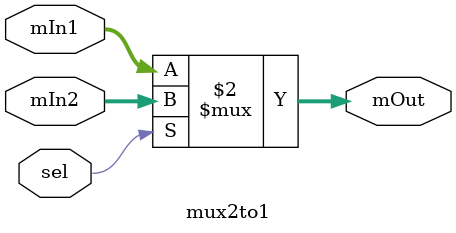
<source format=v>
module mux2to1 (mIn1, mIn2, sel, mOut);

	input  sel;
	input [31:0] mIn1,mIn2;
	output reg [31:0] mOut;

	always @(sel)
	begin
		
	mOut = sel ? mIn2 : mIn1;

	end

endmodule

</source>
